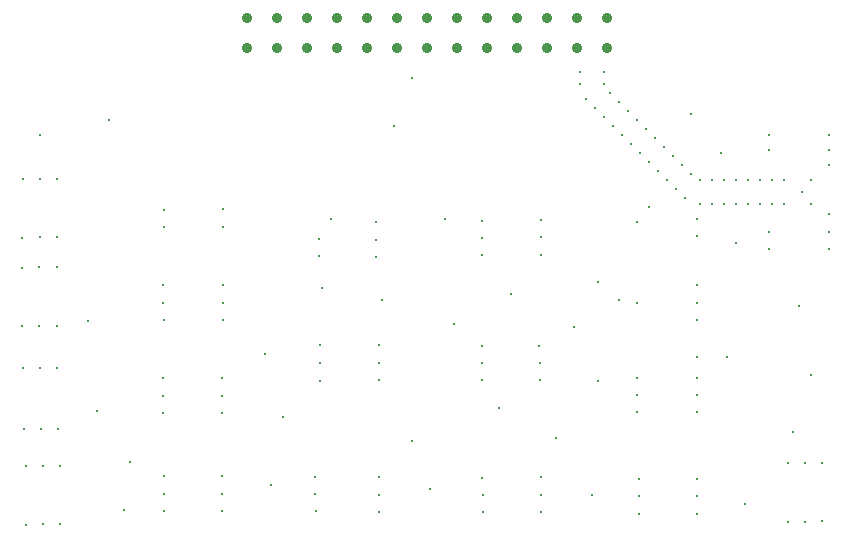
<source format=gbr>
%TF.GenerationSoftware,KiCad,Pcbnew,(6.0.8)*%
%TF.CreationDate,2023-08-07T17:47:24+10:00*%
%TF.ProjectId,REDPITAYA-BRK,52454450-4954-4415-9941-2d42524b2e6b,rev?*%
%TF.SameCoordinates,Original*%
%TF.FileFunction,Plated,1,4,PTH,Drill*%
%TF.FilePolarity,Positive*%
%FSLAX46Y46*%
G04 Gerber Fmt 4.6, Leading zero omitted, Abs format (unit mm)*
G04 Created by KiCad (PCBNEW (6.0.8)) date 2023-08-07 17:47:24*
%MOMM*%
%LPD*%
G01*
G04 APERTURE LIST*
%TA.AperFunction,ViaDrill*%
%ADD10C,0.250000*%
%TD*%
%TA.AperFunction,ComponentDrill*%
%ADD11C,0.890000*%
%TD*%
G04 APERTURE END LIST*
D10*
X99033000Y-46796000D03*
X99033000Y-51741000D03*
X99058000Y-44256000D03*
X99118000Y-39296000D03*
X99120000Y-55300000D03*
X99198000Y-60467000D03*
X99392000Y-68570000D03*
X99402000Y-63615000D03*
X100533000Y-46791000D03*
X100533000Y-51736000D03*
X100555000Y-55285000D03*
X100558000Y-44251000D03*
X100584000Y-35560000D03*
X100593000Y-39296000D03*
X100633000Y-60452000D03*
X100827000Y-68555000D03*
X100837000Y-63600000D03*
X102008000Y-46791000D03*
X102008000Y-51736000D03*
X102028000Y-39281000D03*
X102030000Y-55285000D03*
X102033000Y-44251000D03*
X102108000Y-60452000D03*
X102302000Y-68555000D03*
X102312000Y-63600000D03*
X104648000Y-51308000D03*
X105410000Y-58928000D03*
X106426000Y-34290000D03*
X107696000Y-67310000D03*
X108204000Y-63246000D03*
X110998000Y-56134000D03*
X111003000Y-57634000D03*
X111003000Y-59109000D03*
X111023000Y-48299000D03*
X111023000Y-49774000D03*
X111038000Y-51209000D03*
X111046000Y-64468600D03*
X111046000Y-65943600D03*
X111047000Y-41915000D03*
X111047000Y-43390000D03*
X111061000Y-67378600D03*
X116001000Y-64488600D03*
X116001000Y-65963600D03*
X116013000Y-56143000D03*
X116016000Y-67398600D03*
X116018000Y-57643000D03*
X116018000Y-59118000D03*
X116077000Y-41885000D03*
X116077000Y-43360000D03*
X116078000Y-48260000D03*
X116083000Y-49760000D03*
X116083000Y-51235000D03*
X119634000Y-54102000D03*
X120118092Y-65250947D03*
X121158000Y-59436000D03*
X123896000Y-64538600D03*
X123896000Y-66013600D03*
X123911000Y-67448600D03*
X124206000Y-44401000D03*
X124221000Y-45836000D03*
X124266000Y-53398600D03*
X124271000Y-54898600D03*
X124271000Y-56373600D03*
X124460000Y-48514000D03*
X125222000Y-42672000D03*
X128989000Y-42980000D03*
X128989000Y-44455000D03*
X129004000Y-45890000D03*
X129246000Y-64558600D03*
X129246000Y-66033600D03*
X129261000Y-67468600D03*
X129281000Y-53363600D03*
X129286000Y-54863600D03*
X129286000Y-56338600D03*
X129540000Y-49530000D03*
X130556000Y-34798000D03*
X132080000Y-30734000D03*
X132080000Y-61468000D03*
X133604000Y-65532000D03*
X134874000Y-42672000D03*
X135636000Y-51562000D03*
X137997000Y-42837600D03*
X137997000Y-53414000D03*
X138012000Y-44272600D03*
X138012000Y-45747600D03*
X138012000Y-54849000D03*
X138012000Y-56324000D03*
X138041000Y-64595000D03*
X138056000Y-66030000D03*
X138056000Y-67505000D03*
X139446000Y-58674000D03*
X140462000Y-49022000D03*
X142867000Y-53419000D03*
X142882000Y-54854000D03*
X142882000Y-56329000D03*
X142981000Y-64555000D03*
X142981000Y-66030000D03*
X142987000Y-42810000D03*
X142996000Y-67465000D03*
X143002000Y-44245000D03*
X143002000Y-45720000D03*
X144272000Y-61214000D03*
X145796000Y-51816000D03*
X146304000Y-30226000D03*
X146304000Y-31242000D03*
X146812000Y-32512000D03*
X147320000Y-66040000D03*
X147574000Y-33274000D03*
X147828000Y-48006000D03*
X147828000Y-56388000D03*
X148336000Y-30226000D03*
X148336000Y-31242000D03*
X148336000Y-34036000D03*
X148844000Y-32004000D03*
X149098000Y-34798000D03*
X149606000Y-32766000D03*
X149606000Y-49530000D03*
X149860000Y-35560000D03*
X150368000Y-33528000D03*
X150622000Y-36322000D03*
X151130000Y-34290000D03*
X151130000Y-56134000D03*
X151135000Y-42926000D03*
X151135000Y-49760000D03*
X151145000Y-57569000D03*
X151145000Y-59044000D03*
X151259000Y-64715000D03*
X151274000Y-66150000D03*
X151274000Y-67625000D03*
X151384000Y-37084000D03*
X151892000Y-35052000D03*
X152146000Y-37846000D03*
X152146000Y-41656000D03*
X152654000Y-35814000D03*
X152908000Y-38608000D03*
X153416000Y-36576000D03*
X153670000Y-39370000D03*
X154178000Y-37338000D03*
X154432000Y-40132000D03*
X154940000Y-38100000D03*
X155194000Y-40894000D03*
X155702000Y-33782000D03*
X155702000Y-38862000D03*
X156194000Y-64725000D03*
X156209000Y-66160000D03*
X156209000Y-67635000D03*
X156210000Y-48260000D03*
X156210000Y-54356000D03*
X156210000Y-56134000D03*
X156215000Y-42648000D03*
X156215000Y-44123000D03*
X156215000Y-49760000D03*
X156215000Y-51235000D03*
X156225000Y-57569000D03*
X156225000Y-59044000D03*
X156464000Y-39370000D03*
X156464000Y-41402000D03*
X157480000Y-39370000D03*
X157480000Y-41402000D03*
X158242000Y-37084000D03*
X158496000Y-39370000D03*
X158496000Y-41402000D03*
X158750000Y-54356000D03*
X159512000Y-39370000D03*
X159512000Y-41402000D03*
X159512000Y-44704000D03*
X160274000Y-66802000D03*
X160528000Y-39370000D03*
X160528000Y-41402000D03*
X161544000Y-39370000D03*
X161544000Y-41402000D03*
X162291000Y-43777000D03*
X162306000Y-35560000D03*
X162306000Y-36830000D03*
X162306000Y-45212000D03*
X162560000Y-39370000D03*
X162560000Y-41402000D03*
X163576000Y-39370000D03*
X163576000Y-41402000D03*
X163874000Y-68301800D03*
X163884000Y-63386800D03*
X164338000Y-60706000D03*
X164846000Y-50038000D03*
X165100000Y-40386000D03*
X165349000Y-68301800D03*
X165359000Y-63386800D03*
X165862000Y-39370000D03*
X165862000Y-41402000D03*
X165862000Y-55880000D03*
X166784000Y-68286800D03*
X166794000Y-63371800D03*
X167371000Y-42302000D03*
X167371000Y-43777000D03*
X167386000Y-35560000D03*
X167386000Y-36830000D03*
X167386000Y-45212000D03*
X167401000Y-38100000D03*
D11*
%TO.C,J1*%
X118110000Y-25654000D03*
X118110000Y-28194000D03*
X120650000Y-25654000D03*
X120650000Y-28194000D03*
X123190000Y-25654000D03*
X123190000Y-28194000D03*
X125730000Y-25654000D03*
X125730000Y-28194000D03*
X128270000Y-25654000D03*
X128270000Y-28194000D03*
X130810000Y-25654000D03*
X130810000Y-28194000D03*
X133350000Y-25654000D03*
X133350000Y-28194000D03*
X135890000Y-25654000D03*
X135890000Y-28194000D03*
X138430000Y-25654000D03*
X138430000Y-28194000D03*
X140970000Y-25654000D03*
X140970000Y-28194000D03*
X143510000Y-25654000D03*
X143510000Y-28194000D03*
X146050000Y-25654000D03*
X146050000Y-28194000D03*
X148590000Y-25654000D03*
X148590000Y-28194000D03*
M02*

</source>
